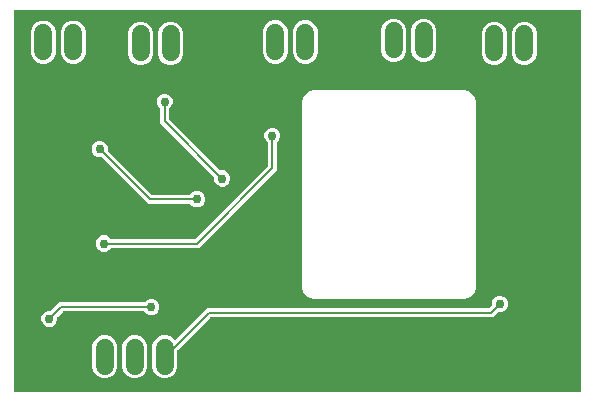
<source format=gbr>
G04 EAGLE Gerber RS-274X export*
G75*
%MOMM*%
%FSLAX34Y34*%
%LPD*%
%INBottom Copper*%
%IPPOS*%
%AMOC8*
5,1,8,0,0,1.08239X$1,22.5*%
G01*
%ADD10C,1.524000*%
%ADD11C,0.756400*%
%ADD12C,0.152400*%

G36*
X489098Y15164D02*
X489098Y15164D01*
X489117Y15162D01*
X489219Y15184D01*
X489321Y15200D01*
X489338Y15210D01*
X489358Y15214D01*
X489447Y15267D01*
X489538Y15316D01*
X489552Y15330D01*
X489569Y15340D01*
X489636Y15419D01*
X489708Y15494D01*
X489716Y15512D01*
X489729Y15527D01*
X489768Y15623D01*
X489811Y15717D01*
X489813Y15737D01*
X489821Y15755D01*
X489839Y15922D01*
X489839Y338378D01*
X489836Y338398D01*
X489838Y338417D01*
X489816Y338519D01*
X489800Y338621D01*
X489790Y338638D01*
X489786Y338658D01*
X489733Y338747D01*
X489684Y338838D01*
X489670Y338852D01*
X489660Y338869D01*
X489581Y338936D01*
X489506Y339008D01*
X489488Y339016D01*
X489473Y339029D01*
X489377Y339068D01*
X489283Y339111D01*
X489263Y339113D01*
X489245Y339121D01*
X489078Y339139D01*
X10922Y339139D01*
X10902Y339136D01*
X10883Y339138D01*
X10781Y339116D01*
X10679Y339100D01*
X10662Y339090D01*
X10642Y339086D01*
X10553Y339033D01*
X10462Y338984D01*
X10448Y338970D01*
X10431Y338960D01*
X10364Y338881D01*
X10292Y338806D01*
X10284Y338788D01*
X10271Y338773D01*
X10232Y338677D01*
X10189Y338583D01*
X10187Y338563D01*
X10179Y338545D01*
X10161Y338378D01*
X10161Y15922D01*
X10164Y15902D01*
X10162Y15883D01*
X10184Y15781D01*
X10200Y15679D01*
X10210Y15662D01*
X10214Y15642D01*
X10267Y15553D01*
X10316Y15462D01*
X10330Y15448D01*
X10340Y15431D01*
X10419Y15364D01*
X10494Y15292D01*
X10512Y15284D01*
X10527Y15271D01*
X10623Y15232D01*
X10717Y15189D01*
X10737Y15187D01*
X10755Y15179D01*
X10922Y15161D01*
X489078Y15161D01*
X489098Y15164D01*
G37*
%LPC*%
G36*
X262827Y94077D02*
X262827Y94077D01*
X258813Y95740D01*
X255740Y98813D01*
X254077Y102827D01*
X254077Y262173D01*
X255740Y266187D01*
X258813Y269260D01*
X262827Y270923D01*
X392173Y270923D01*
X396187Y269260D01*
X399260Y266187D01*
X400923Y262173D01*
X400923Y102827D01*
X399260Y98813D01*
X396187Y95740D01*
X392173Y94077D01*
X262827Y94077D01*
G37*
%LPD*%
%LPC*%
G36*
X135478Y27111D02*
X135478Y27111D01*
X131557Y28735D01*
X128555Y31737D01*
X126931Y35658D01*
X126931Y55142D01*
X128555Y59063D01*
X131557Y62065D01*
X135478Y63689D01*
X139722Y63689D01*
X143643Y62065D01*
X145721Y59987D01*
X145737Y59975D01*
X145750Y59960D01*
X145837Y59904D01*
X145921Y59843D01*
X145940Y59837D01*
X145957Y59827D01*
X146057Y59801D01*
X146156Y59771D01*
X146176Y59771D01*
X146195Y59767D01*
X146298Y59775D01*
X146402Y59777D01*
X146421Y59784D01*
X146440Y59786D01*
X146535Y59826D01*
X146633Y59862D01*
X146648Y59874D01*
X146667Y59882D01*
X146798Y59987D01*
X173122Y86311D01*
X411856Y86311D01*
X411946Y86325D01*
X412037Y86333D01*
X412067Y86345D01*
X412099Y86350D01*
X412180Y86393D01*
X412264Y86429D01*
X412296Y86455D01*
X412316Y86466D01*
X412339Y86489D01*
X412394Y86534D01*
X414196Y88336D01*
X414249Y88409D01*
X414309Y88479D01*
X414321Y88509D01*
X414340Y88535D01*
X414367Y88622D01*
X414401Y88707D01*
X414405Y88748D01*
X414412Y88770D01*
X414411Y88803D01*
X414419Y88874D01*
X414419Y91359D01*
X415459Y93869D01*
X417381Y95791D01*
X419891Y96831D01*
X422609Y96831D01*
X425119Y95791D01*
X427041Y93869D01*
X428081Y91359D01*
X428081Y88641D01*
X427041Y86131D01*
X425119Y84209D01*
X422609Y83169D01*
X420124Y83169D01*
X420034Y83155D01*
X419943Y83147D01*
X419913Y83135D01*
X419881Y83130D01*
X419800Y83087D01*
X419716Y83051D01*
X419684Y83025D01*
X419664Y83014D01*
X419641Y82991D01*
X419586Y82946D01*
X415328Y78689D01*
X176594Y78689D01*
X176504Y78675D01*
X176413Y78667D01*
X176383Y78655D01*
X176351Y78650D01*
X176270Y78607D01*
X176186Y78571D01*
X176154Y78545D01*
X176134Y78534D01*
X176111Y78511D01*
X176056Y78466D01*
X148492Y50902D01*
X148439Y50829D01*
X148379Y50759D01*
X148367Y50729D01*
X148348Y50703D01*
X148321Y50616D01*
X148287Y50531D01*
X148283Y50490D01*
X148276Y50468D01*
X148277Y50435D01*
X148269Y50364D01*
X148269Y35658D01*
X146645Y31737D01*
X143643Y28735D01*
X139722Y27111D01*
X135478Y27111D01*
G37*
%LPD*%
%LPC*%
G36*
X84891Y134419D02*
X84891Y134419D01*
X82381Y135459D01*
X80459Y137381D01*
X79419Y139891D01*
X79419Y142609D01*
X80459Y145119D01*
X82381Y147041D01*
X84891Y148081D01*
X87609Y148081D01*
X90119Y147041D01*
X91876Y145284D01*
X91950Y145231D01*
X92020Y145171D01*
X92050Y145159D01*
X92076Y145140D01*
X92163Y145113D01*
X92248Y145079D01*
X92289Y145075D01*
X92311Y145068D01*
X92343Y145069D01*
X92415Y145061D01*
X163106Y145061D01*
X163196Y145075D01*
X163287Y145083D01*
X163317Y145095D01*
X163349Y145100D01*
X163430Y145143D01*
X163514Y145179D01*
X163546Y145205D01*
X163566Y145216D01*
X163589Y145239D01*
X163644Y145284D01*
X224716Y206356D01*
X224769Y206429D01*
X224829Y206499D01*
X224841Y206529D01*
X224860Y206555D01*
X224887Y206642D01*
X224921Y206727D01*
X224925Y206768D01*
X224932Y206790D01*
X224931Y206823D01*
X224939Y206894D01*
X224939Y226335D01*
X224925Y226425D01*
X224917Y226516D01*
X224905Y226546D01*
X224900Y226578D01*
X224857Y226659D01*
X224821Y226743D01*
X224795Y226775D01*
X224784Y226795D01*
X224761Y226818D01*
X224716Y226874D01*
X222959Y228631D01*
X221919Y231141D01*
X221919Y233859D01*
X222959Y236369D01*
X224881Y238291D01*
X227391Y239331D01*
X230109Y239331D01*
X232619Y238291D01*
X234541Y236369D01*
X235581Y233859D01*
X235581Y231141D01*
X234541Y228631D01*
X232784Y226874D01*
X232731Y226800D01*
X232671Y226730D01*
X232659Y226700D01*
X232640Y226674D01*
X232613Y226587D01*
X232579Y226502D01*
X232575Y226461D01*
X232568Y226439D01*
X232569Y226407D01*
X232561Y226335D01*
X232561Y203422D01*
X166578Y137439D01*
X92415Y137439D01*
X92325Y137425D01*
X92234Y137417D01*
X92204Y137405D01*
X92172Y137400D01*
X92091Y137357D01*
X92007Y137321D01*
X91975Y137295D01*
X91955Y137284D01*
X91932Y137261D01*
X91876Y137216D01*
X90119Y135459D01*
X87609Y134419D01*
X84891Y134419D01*
G37*
%LPD*%
%LPC*%
G36*
X163641Y171919D02*
X163641Y171919D01*
X161131Y172959D01*
X159374Y174716D01*
X159300Y174769D01*
X159230Y174829D01*
X159200Y174841D01*
X159174Y174860D01*
X159087Y174887D01*
X159002Y174921D01*
X158961Y174925D01*
X158939Y174932D01*
X158907Y174931D01*
X158835Y174939D01*
X123422Y174939D01*
X84164Y214196D01*
X84091Y214249D01*
X84021Y214309D01*
X83991Y214321D01*
X83965Y214340D01*
X83878Y214367D01*
X83793Y214401D01*
X83752Y214405D01*
X83730Y214412D01*
X83697Y214411D01*
X83626Y214419D01*
X81141Y214419D01*
X78631Y215459D01*
X76709Y217381D01*
X75669Y219891D01*
X75669Y222609D01*
X76709Y225119D01*
X78631Y227041D01*
X81141Y228081D01*
X83859Y228081D01*
X86369Y227041D01*
X88291Y225119D01*
X89331Y222609D01*
X89331Y220124D01*
X89345Y220034D01*
X89353Y219943D01*
X89365Y219913D01*
X89370Y219881D01*
X89413Y219800D01*
X89449Y219716D01*
X89475Y219684D01*
X89486Y219664D01*
X89509Y219641D01*
X89554Y219586D01*
X126356Y182784D01*
X126429Y182731D01*
X126499Y182671D01*
X126529Y182659D01*
X126555Y182640D01*
X126642Y182613D01*
X126727Y182579D01*
X126768Y182575D01*
X126790Y182568D01*
X126823Y182569D01*
X126894Y182561D01*
X158835Y182561D01*
X158925Y182575D01*
X159016Y182583D01*
X159046Y182595D01*
X159078Y182600D01*
X159159Y182643D01*
X159243Y182679D01*
X159275Y182705D01*
X159295Y182716D01*
X159318Y182739D01*
X159374Y182784D01*
X161131Y184541D01*
X163641Y185581D01*
X166359Y185581D01*
X168869Y184541D01*
X170791Y182619D01*
X171831Y180109D01*
X171831Y177391D01*
X170791Y174881D01*
X168869Y172959D01*
X166359Y171919D01*
X163641Y171919D01*
G37*
%LPD*%
%LPC*%
G36*
X38641Y70669D02*
X38641Y70669D01*
X36131Y71709D01*
X34209Y73631D01*
X33169Y76141D01*
X33169Y78859D01*
X34209Y81369D01*
X36131Y83291D01*
X38641Y84331D01*
X41126Y84331D01*
X41216Y84345D01*
X41307Y84353D01*
X41337Y84365D01*
X41369Y84370D01*
X41450Y84413D01*
X41534Y84449D01*
X41566Y84475D01*
X41586Y84486D01*
X41609Y84509D01*
X41664Y84554D01*
X48422Y91311D01*
X120085Y91311D01*
X120175Y91325D01*
X120266Y91333D01*
X120296Y91345D01*
X120328Y91350D01*
X120409Y91393D01*
X120493Y91429D01*
X120525Y91455D01*
X120545Y91466D01*
X120568Y91489D01*
X120624Y91534D01*
X122381Y93291D01*
X124891Y94331D01*
X127609Y94331D01*
X130119Y93291D01*
X132041Y91369D01*
X133081Y88859D01*
X133081Y86141D01*
X132041Y83631D01*
X130119Y81709D01*
X127609Y80669D01*
X124891Y80669D01*
X122381Y81709D01*
X120624Y83466D01*
X120550Y83519D01*
X120480Y83579D01*
X120450Y83591D01*
X120424Y83610D01*
X120337Y83637D01*
X120252Y83671D01*
X120211Y83675D01*
X120189Y83682D01*
X120157Y83681D01*
X120085Y83689D01*
X51894Y83689D01*
X51804Y83675D01*
X51713Y83667D01*
X51683Y83655D01*
X51651Y83650D01*
X51570Y83607D01*
X51486Y83571D01*
X51454Y83545D01*
X51434Y83534D01*
X51419Y83519D01*
X51418Y83518D01*
X51408Y83508D01*
X51356Y83466D01*
X47054Y79164D01*
X47001Y79091D01*
X46941Y79021D01*
X46929Y78991D01*
X46910Y78965D01*
X46883Y78878D01*
X46849Y78793D01*
X46845Y78752D01*
X46838Y78730D01*
X46839Y78697D01*
X46831Y78626D01*
X46831Y76141D01*
X45791Y73631D01*
X43869Y71709D01*
X41359Y70669D01*
X38641Y70669D01*
G37*
%LPD*%
%LPC*%
G36*
X184891Y189419D02*
X184891Y189419D01*
X182381Y190459D01*
X180459Y192381D01*
X179419Y194891D01*
X179419Y197376D01*
X179405Y197466D01*
X179397Y197557D01*
X179385Y197587D01*
X179380Y197619D01*
X179337Y197700D01*
X179301Y197784D01*
X179275Y197816D01*
X179264Y197836D01*
X179241Y197859D01*
X179196Y197914D01*
X133689Y243422D01*
X133689Y255085D01*
X133675Y255175D01*
X133667Y255266D01*
X133655Y255296D01*
X133650Y255328D01*
X133607Y255409D01*
X133571Y255493D01*
X133545Y255525D01*
X133534Y255545D01*
X133511Y255568D01*
X133466Y255624D01*
X131709Y257381D01*
X130669Y259891D01*
X130669Y262609D01*
X131709Y265119D01*
X133631Y267041D01*
X136141Y268081D01*
X138859Y268081D01*
X141369Y267041D01*
X143291Y265119D01*
X144331Y262609D01*
X144331Y259891D01*
X143291Y257381D01*
X141534Y255624D01*
X141481Y255550D01*
X141421Y255480D01*
X141409Y255450D01*
X141390Y255424D01*
X141363Y255337D01*
X141329Y255252D01*
X141325Y255211D01*
X141318Y255189D01*
X141319Y255157D01*
X141311Y255085D01*
X141311Y246894D01*
X141325Y246804D01*
X141333Y246713D01*
X141345Y246683D01*
X141350Y246651D01*
X141393Y246570D01*
X141429Y246486D01*
X141455Y246454D01*
X141466Y246434D01*
X141489Y246411D01*
X141534Y246356D01*
X184586Y203304D01*
X184659Y203251D01*
X184729Y203191D01*
X184759Y203179D01*
X184785Y203160D01*
X184872Y203133D01*
X184957Y203099D01*
X184998Y203095D01*
X185020Y203088D01*
X185053Y203089D01*
X185124Y203081D01*
X187609Y203081D01*
X190119Y202041D01*
X192041Y200119D01*
X193081Y197609D01*
X193081Y194891D01*
X192041Y192381D01*
X190119Y190459D01*
X187609Y189419D01*
X184891Y189419D01*
G37*
%LPD*%
%LPC*%
G36*
X439978Y292361D02*
X439978Y292361D01*
X436057Y293985D01*
X433055Y296987D01*
X431431Y300908D01*
X431431Y320392D01*
X433055Y324313D01*
X436057Y327315D01*
X439978Y328939D01*
X444222Y328939D01*
X448143Y327315D01*
X451145Y324313D01*
X452769Y320392D01*
X452769Y300908D01*
X451145Y296987D01*
X448143Y293985D01*
X444222Y292361D01*
X439978Y292361D01*
G37*
%LPD*%
%LPC*%
G36*
X414578Y292361D02*
X414578Y292361D01*
X410657Y293985D01*
X407655Y296987D01*
X406031Y300908D01*
X406031Y320392D01*
X407655Y324313D01*
X410657Y327315D01*
X414578Y328939D01*
X418822Y328939D01*
X422743Y327315D01*
X425745Y324313D01*
X427369Y320392D01*
X427369Y300908D01*
X425745Y296987D01*
X422743Y293985D01*
X418822Y292361D01*
X414578Y292361D01*
G37*
%LPD*%
%LPC*%
G36*
X140478Y292361D02*
X140478Y292361D01*
X136557Y293985D01*
X133555Y296987D01*
X131931Y300908D01*
X131931Y320392D01*
X133555Y324313D01*
X136557Y327315D01*
X140478Y328939D01*
X144722Y328939D01*
X148643Y327315D01*
X151645Y324313D01*
X153269Y320392D01*
X153269Y300908D01*
X151645Y296987D01*
X148643Y293985D01*
X144722Y292361D01*
X140478Y292361D01*
G37*
%LPD*%
%LPC*%
G36*
X115078Y292361D02*
X115078Y292361D01*
X111157Y293985D01*
X108155Y296987D01*
X106531Y300908D01*
X106531Y320392D01*
X108155Y324313D01*
X111157Y327315D01*
X115078Y328939D01*
X119322Y328939D01*
X123243Y327315D01*
X126245Y324313D01*
X127869Y320392D01*
X127869Y300908D01*
X126245Y296987D01*
X123243Y293985D01*
X119322Y292361D01*
X115078Y292361D01*
G37*
%LPD*%
%LPC*%
G36*
X32728Y293461D02*
X32728Y293461D01*
X28807Y295085D01*
X25805Y298087D01*
X24181Y302008D01*
X24181Y321492D01*
X25805Y325413D01*
X28807Y328415D01*
X32728Y330039D01*
X36972Y330039D01*
X40893Y328415D01*
X43895Y325413D01*
X45519Y321492D01*
X45519Y302008D01*
X43895Y298087D01*
X40893Y295085D01*
X36972Y293461D01*
X32728Y293461D01*
G37*
%LPD*%
%LPC*%
G36*
X58128Y293461D02*
X58128Y293461D01*
X54207Y295085D01*
X51205Y298087D01*
X49581Y302008D01*
X49581Y321492D01*
X51205Y325413D01*
X54207Y328415D01*
X58128Y330039D01*
X62372Y330039D01*
X66293Y328415D01*
X69295Y325413D01*
X70919Y321492D01*
X70919Y302008D01*
X69295Y298087D01*
X66293Y295085D01*
X62372Y293461D01*
X58128Y293461D01*
G37*
%LPD*%
%LPC*%
G36*
X229078Y293611D02*
X229078Y293611D01*
X225157Y295235D01*
X222155Y298237D01*
X220531Y302158D01*
X220531Y321642D01*
X222155Y325563D01*
X225157Y328565D01*
X229078Y330189D01*
X233322Y330189D01*
X237243Y328565D01*
X240245Y325563D01*
X241869Y321642D01*
X241869Y302158D01*
X240245Y298237D01*
X237243Y295235D01*
X233322Y293611D01*
X229078Y293611D01*
G37*
%LPD*%
%LPC*%
G36*
X254478Y293611D02*
X254478Y293611D01*
X250557Y295235D01*
X247555Y298237D01*
X245931Y302158D01*
X245931Y321642D01*
X247555Y325563D01*
X250557Y328565D01*
X254478Y330189D01*
X258722Y330189D01*
X262643Y328565D01*
X265645Y325563D01*
X267269Y321642D01*
X267269Y302158D01*
X265645Y298237D01*
X262643Y295235D01*
X258722Y293611D01*
X254478Y293611D01*
G37*
%LPD*%
%LPC*%
G36*
X329328Y294861D02*
X329328Y294861D01*
X325407Y296485D01*
X322405Y299487D01*
X320781Y303408D01*
X320781Y322892D01*
X322405Y326813D01*
X325407Y329815D01*
X329328Y331439D01*
X333572Y331439D01*
X337493Y329815D01*
X340495Y326813D01*
X342119Y322892D01*
X342119Y303408D01*
X340495Y299487D01*
X337493Y296485D01*
X333572Y294861D01*
X329328Y294861D01*
G37*
%LPD*%
%LPC*%
G36*
X354728Y294861D02*
X354728Y294861D01*
X350807Y296485D01*
X347805Y299487D01*
X346181Y303408D01*
X346181Y322892D01*
X347805Y326813D01*
X350807Y329815D01*
X354728Y331439D01*
X358972Y331439D01*
X362893Y329815D01*
X365895Y326813D01*
X367519Y322892D01*
X367519Y303408D01*
X365895Y299487D01*
X362893Y296485D01*
X358972Y294861D01*
X354728Y294861D01*
G37*
%LPD*%
%LPC*%
G36*
X110078Y27111D02*
X110078Y27111D01*
X106157Y28735D01*
X103155Y31737D01*
X101531Y35658D01*
X101531Y55142D01*
X103155Y59063D01*
X106157Y62065D01*
X110078Y63689D01*
X114322Y63689D01*
X118243Y62065D01*
X121245Y59063D01*
X122869Y55142D01*
X122869Y35658D01*
X121245Y31737D01*
X118243Y28735D01*
X114322Y27111D01*
X110078Y27111D01*
G37*
%LPD*%
%LPC*%
G36*
X84678Y27111D02*
X84678Y27111D01*
X80757Y28735D01*
X77755Y31737D01*
X76131Y35658D01*
X76131Y55142D01*
X77755Y59063D01*
X80757Y62065D01*
X84678Y63689D01*
X88922Y63689D01*
X92843Y62065D01*
X95845Y59063D01*
X97469Y55142D01*
X97469Y35658D01*
X95845Y31737D01*
X92843Y28735D01*
X88922Y27111D01*
X84678Y27111D01*
G37*
%LPD*%
D10*
X60250Y319370D02*
X60250Y304130D01*
X34850Y304130D02*
X34850Y319370D01*
X142600Y318270D02*
X142600Y303030D01*
X117200Y303030D02*
X117200Y318270D01*
X256600Y319520D02*
X256600Y304280D01*
X231200Y304280D02*
X231200Y319520D01*
X356850Y320770D02*
X356850Y305530D01*
X331450Y305530D02*
X331450Y320770D01*
X442100Y318270D02*
X442100Y303030D01*
X416700Y303030D02*
X416700Y318270D01*
X137600Y53020D02*
X137600Y37780D01*
X112200Y37780D02*
X112200Y53020D01*
X86800Y53020D02*
X86800Y37780D01*
D11*
X86250Y141250D03*
D12*
X165000Y141250D01*
X228750Y205000D01*
X228750Y232500D01*
D11*
X228750Y232500D03*
X40000Y77500D03*
D12*
X50000Y87500D01*
X126250Y87500D01*
D11*
X126250Y87500D03*
X372500Y40000D03*
X145000Y216250D03*
D12*
X117500Y243750D01*
D11*
X117500Y243750D03*
X433750Y127500D03*
X145000Y192500D03*
X421250Y90000D03*
D12*
X413750Y82500D01*
X174700Y82500D01*
X137600Y45400D01*
D11*
X137500Y261250D03*
D12*
X137500Y245000D01*
X186250Y196250D01*
D11*
X186250Y196250D03*
X82500Y221250D03*
D12*
X125000Y178750D01*
X165000Y178750D01*
D11*
X165000Y178750D03*
M02*

</source>
